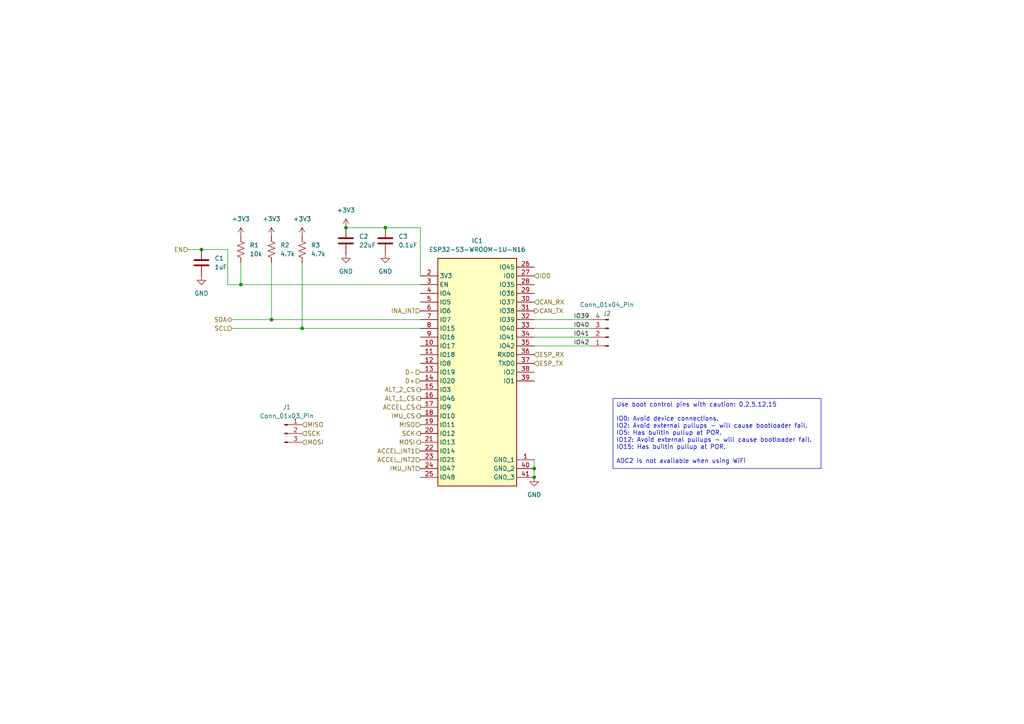
<source format=kicad_sch>
(kicad_sch (version 20231120) (generator "eeschema") (generator_version "8.0")
  (paper "A4")
  (lib_symbols
    (symbol "Connector:Conn_01x03_Pin" (pin_names (offset 1.016) hide)
      (property "Reference" "J" (at 0 5.08 0))
      (property "Value" "Conn_01x03_Pin" (at 0 -5.08 0))
      (symbol "Conn_01x03_Pin_1_1"
        (polyline (pts (xy 1.27 -2.54) (xy 0.8636 -2.54)) (stroke (width 0.1524)))
        (polyline (pts (xy 1.27 0) (xy 0.8636 0)) (stroke (width 0.1524)))
        (polyline (pts (xy 1.27 2.54) (xy 0.8636 2.54)) (stroke (width 0.1524)))
        (rectangle (start 0.8636 -2.413) (end 0 -2.667) (stroke (width 0.1524)) (fill (type outline)))
        (rectangle (start 0.8636 0.127) (end 0 -0.127) (stroke (width 0.1524)) (fill (type outline)))
        (rectangle (start 0.8636 2.667) (end 0 2.413) (stroke (width 0.1524)) (fill (type outline)))
        (pin passive line (at 5.08 2.54 180) (length 3.81) (name "Pin_1") (number "1"))
        (pin passive line (at 5.08 0 180) (length 3.81) (name "Pin_2") (number "2"))
        (pin passive line (at 5.08 -2.54 180) (length 3.81) (name "Pin_3") (number "3"))
      )
    )
    (symbol "Connector:Conn_01x04_Pin" (pin_names (offset 1.016) hide)
      (property "Reference" "J" (at 0 5.08 0))
      (property "Value" "Conn_01x04_Pin" (at 0 -7.62 0))
      (symbol "Conn_01x04_Pin_1_1"
        (polyline (pts (xy 1.27 -5.08) (xy 0.8636 -5.08)) (stroke (width 0.1524)))
        (polyline (pts (xy 1.27 -2.54) (xy 0.8636 -2.54)) (stroke (width 0.1524)))
        (polyline (pts (xy 1.27 0) (xy 0.8636 0)) (stroke (width 0.1524)))
        (polyline (pts (xy 1.27 2.54) (xy 0.8636 2.54)) (stroke (width 0.1524)))
        (rectangle (start 0.8636 -4.953) (end 0 -5.207) (stroke (width 0.1524)) (fill (type outline)))
        (rectangle (start 0.8636 -2.413) (end 0 -2.667) (stroke (width 0.1524)) (fill (type outline)))
        (rectangle (start 0.8636 0.127) (end 0 -0.127) (stroke (width 0.1524)) (fill (type outline)))
        (rectangle (start 0.8636 2.667) (end 0 2.413) (stroke (width 0.1524)) (fill (type outline)))
        (pin passive line (at 5.08 2.54 180) (length 3.81) (name "Pin_1") (number "1"))
        (pin passive line (at 5.08 0 180) (length 3.81) (name "Pin_2") (number "2"))
        (pin passive line (at 5.08 -2.54 180) (length 3.81) (name "Pin_3") (number "3"))
        (pin passive line (at 5.08 -5.08 180) (length 3.81) (name "Pin_4") (number "4"))
      )
    )
    (symbol "Device:C" (pin_numbers hide) (pin_names (offset 0.254))
      (property "Reference" "C" (at 0.635 2.54 0))
      (property "Value" "C" (at 0.635 -2.54 0))
      (symbol "C_0_1"
        (polyline (pts (xy -2.032 -0.762) (xy 2.032 -0.762)) (stroke (width 0.508)))
        (polyline (pts (xy -2.032 0.762) (xy 2.032 0.762)) (stroke (width 0.508)))
      )
      (symbol "C_1_1"
        (pin passive line (at 0 3.81 270) (length 2.794) (name "~") (number "1"))
        (pin passive line (at 0 -3.81 90) (length 2.794) (name "~") (number "2"))
      )
    )
    (symbol "Device:R_US" (pin_numbers hide) (pin_names (offset 0))
      (property "Reference" "R" (at 2.54 0 90))
      (property "Value" "R_US" (at -2.54 0 90))
      (symbol "R_US_0_1"
        (polyline (pts (xy 0 -2.286) (xy 0 -2.54)))
        (polyline (pts (xy 0 2.286) (xy 0 2.54)))
        (polyline (pts (xy 0 -0.762) (xy 1.016 -1.143) (xy 0 -1.524) (xy -1.016 -1.905) (xy 0 -2.286)))
        (polyline (pts (xy 0 0.762) (xy 1.016 0.381) (xy 0 0) (xy -1.016 -0.381) (xy 0 -0.762)))
        (polyline (pts (xy 0 2.286) (xy 1.016 1.905) (xy 0 1.524) (xy -1.016 1.143) (xy 0 0.762)))
      )
      (symbol "R_US_1_1"
        (pin passive line (at 0 3.81 270) (length 1.27) (name "~") (number "1"))
        (pin passive line (at 0 -3.81 90) (length 1.27) (name "~") (number "2"))
      )
    )
    (symbol "RF_Module:ESP32-S3-WROOM-1U-N16"
      (property "Reference" "IC" (at 29.21 7.62 0))
      (property "Value" "ESP32-S3-WROOM-1U-N16" (at 29.21 5.08 0))
      (symbol "ESP32-S3-WROOM-1U-N16_1_1"
        (rectangle (start 5.08 2.54) (end 27.94 -63.5) (stroke (width 0.254)) (fill (type background)))
        (pin passive line (at 33.02 -55.88 180) (length 5.08) (name "GND_1") (number "1"))
        (pin passive line (at 0 -22.86 0) (length 5.08) (name "IO17") (number "10"))
        (pin passive line (at 0 -25.4 0) (length 5.08) (name "IO18") (number "11"))
        (pin passive line (at 0 -27.94 0) (length 5.08) (name "IO8") (number "12"))
        (pin passive line (at 0 -30.48 0) (length 5.08) (name "IO19") (number "13"))
        (pin passive line (at 0 -33.02 0) (length 5.08) (name "IO20") (number "14"))
        (pin passive line (at 0 -35.56 0) (length 5.08) (name "IO3") (number "15"))
        (pin passive line (at 0 -38.1 0) (length 5.08) (name "IO46") (number "16"))
        (pin passive line (at 0 -40.64 0) (length 5.08) (name "IO9") (number "17"))
        (pin passive line (at 0 -43.18 0) (length 5.08) (name "IO10") (number "18"))
        (pin passive line (at 0 -45.72 0) (length 5.08) (name "IO11") (number "19"))
        (pin passive line (at 0 -2.54 0) (length 5.08) (name "3V3") (number "2"))
        (pin passive line (at 0 -48.26 0) (length 5.08) (name "IO12") (number "20"))
        (pin passive line (at 0 -50.8 0) (length 5.08) (name "IO13") (number "21"))
        (pin passive line (at 0 -53.34 0) (length 5.08) (name "IO14") (number "22"))
        (pin passive line (at 0 -55.88 0) (length 5.08) (name "IO21") (number "23"))
        (pin passive line (at 0 -58.42 0) (length 5.08) (name "IO47") (number "24"))
        (pin passive line (at 0 -60.96 0) (length 5.08) (name "IO48") (number "25"))
        (pin passive line (at 33.02 0 180) (length 5.08) (name "IO45") (number "26"))
        (pin passive line (at 33.02 -2.54 180) (length 5.08) (name "IO0") (number "27"))
        (pin passive line (at 33.02 -5.08 180) (length 5.08) (name "IO35") (number "28"))
        (pin passive line (at 33.02 -7.62 180) (length 5.08) (name "IO36") (number "29"))
        (pin passive line (at 0 -5.08 0) (length 5.08) (name "EN") (number "3"))
        (pin passive line (at 33.02 -10.16 180) (length 5.08) (name "IO37") (number "30"))
        (pin passive line (at 33.02 -12.7 180) (length 5.08) (name "IO38") (number "31"))
        (pin passive line (at 33.02 -15.24 180) (length 5.08) (name "IO39") (number "32"))
        (pin passive line (at 33.02 -17.78 180) (length 5.08) (name "IO40") (number "33"))
        (pin passive line (at 33.02 -20.32 180) (length 5.08) (name "IO41") (number "34"))
        (pin passive line (at 33.02 -22.86 180) (length 5.08) (name "IO42") (number "35"))
        (pin passive line (at 33.02 -25.4 180) (length 5.08) (name "RXD0") (number "36"))
        (pin passive line (at 33.02 -27.94 180) (length 5.08) (name "TXD0") (number "37"))
        (pin passive line (at 33.02 -30.48 180) (length 5.08) (name "IO2") (number "38"))
        (pin passive line (at 33.02 -33.02 180) (length 5.08) (name "IO1") (number "39"))
        (pin passive line (at 0 -7.62 0) (length 5.08) (name "IO4") (number "4"))
        (pin passive line (at 33.02 -58.42 180) (length 5.08) (name "GND_2") (number "40"))
        (pin passive line (at 33.02 -60.96 180) (length 5.08) (name "GND_3") (number "41"))
        (pin passive line (at 0 -10.16 0) (length 5.08) (name "IO5") (number "5"))
        (pin passive line (at 0 -12.7 0) (length 5.08) (name "IO6") (number "6"))
        (pin passive line (at 0 -15.24 0) (length 5.08) (name "IO7") (number "7"))
        (pin passive line (at 0 -17.78 0) (length 5.08) (name "IO15") (number "8"))
        (pin passive line (at 0 -20.32 0) (length 5.08) (name "IO16") (number "9"))
      )
    )
    (symbol "power:+3V3" (power) (pin_numbers hide) (pin_names (offset 0) hide)
      (property "Value" "+3V3" (at 0 3.556 0))
      (symbol "+3V3_0_1"
        (polyline (pts (xy -0.762 1.27) (xy 0 2.54)))
        (polyline (pts (xy 0 0) (xy 0 2.54)))
        (polyline (pts (xy 0 2.54) (xy 0.762 1.27)))
      )
      (symbol "+3V3_1_1"
        (pin power_in line (at 0 0 90) (length 0) (name "~") (number "1"))
      )
    )
    (symbol "power:GND" (power) (pin_numbers hide) (pin_names (offset 0) hide)
      (property "Value" "GND" (at 0 -3.81 0))
      (symbol "GND_0_1"
        (polyline (pts (xy 0 0) (xy 0 -1.27) (xy 1.27 -1.27) (xy 0 -2.54) (xy -1.27 -1.27) (xy 0 -1.27)))
      )
      (symbol "GND_1_1"
        (pin power_in line (at 0 0 270) (length 0) (name "~") (number "1"))
      )
    )
  )
  (junction (at 69.85 82.55))
  (junction (at 154.94 138.43))
  (junction (at 87.63 95.25))
  (junction (at 58.42 72.39))
  (junction (at 78.74 92.71))
  (junction (at 111.76 66.04))
  (junction (at 154.94 135.89))
  (junction (at 100.33 66.04))
  (wire (pts (xy 154.94 133.35) (xy 154.94 135.89)))
  (wire (pts (xy 54.61 72.39) (xy 58.42 72.39)))
  (wire (pts (xy 111.76 66.04) (xy 121.92 66.04)))
  (wire (pts (xy 66.04 82.55) (xy 69.85 82.55)))
  (wire (pts (xy 67.31 92.71) (xy 78.74 92.71)))
  (wire (pts (xy 69.85 82.55) (xy 121.92 82.55)))
  (wire (pts (xy 67.31 95.25) (xy 87.63 95.25)))
  (wire (pts (xy 87.63 95.25) (xy 121.92 95.25)))
  (wire (pts (xy 78.74 76.2) (xy 78.74 92.71)))
  (wire (pts (xy 121.92 66.04) (xy 121.92 80.01)))
  (wire (pts (xy 154.94 95.25) (xy 171.45 95.25)))
  (wire (pts (xy 58.42 72.39) (xy 66.04 72.39)))
  (wire (pts (xy 154.94 135.89) (xy 154.94 138.43)))
  (wire (pts (xy 66.04 72.39) (xy 66.04 82.55)))
  (wire (pts (xy 69.85 76.2) (xy 69.85 82.55)))
  (wire (pts (xy 154.94 92.71) (xy 171.45 92.71)))
  (wire (pts (xy 78.74 92.71) (xy 121.92 92.71)))
  (wire (pts (xy 154.94 97.79) (xy 171.45 97.79)))
  (wire (pts (xy 87.63 76.2) (xy 87.63 95.25)))
  (wire (pts (xy 154.94 100.33) (xy 171.45 100.33)))
  (wire (pts (xy 100.33 66.04) (xy 111.76 66.04)))
  (text_box "Use boot control pins with caution: 0,2,5,12,15\n\nIO0: Avoid device connections.\nIO2: Avoid external pullups - will cause bootloader fail.\nIO5: Has builtin pullup at POR.\nIO12: Avoid external pullups - will cause bootloader fail.\nIO15: Has builtin pullup at POR.\n\nADC2 is not available when using WiFi" (at 177.8 115.57 0) (size 60.325 20.32) (effects (font (size 1.27 1.27)) (justify left top)))
  (label "IO40" (at 166.37 95.25 0))
  (label "IO39" (at 166.37 92.71 0))
  (label "IO42" (at 166.37 100.33 0))
  (label "IO41" (at 166.37 97.79 0))
  (hierarchical_label "ESP_RX" (shape input) (at 154.94 102.87 0))
  (hierarchical_label "CAN_RX" (shape input) (at 154.94 87.63 0))
  (hierarchical_label "ALT_2_CS" (shape output) (at 121.92 113.03 180))
  (hierarchical_label "MISO" (shape input) (at 87.63 123.19 0))
  (hierarchical_label "SDA" (shape bidirectional) (at 67.31 92.71 180))
  (hierarchical_label "ACCEL_INT1" (shape input) (at 121.92 130.81 180))
  (hierarchical_label "ACCEL_INT2" (shape input) (at 121.92 133.35 180))
  (hierarchical_label "D-" (shape input) (at 121.92 107.95 180))
  (hierarchical_label "EN" (shape input) (at 54.61 72.39 180))
  (hierarchical_label "IO0" (shape input) (at 154.94 80.01 0))
  (hierarchical_label "IMU_INT" (shape input) (at 121.92 135.89 180))
  (hierarchical_label "IMU_CS" (shape output) (at 121.92 120.65 180))
  (hierarchical_label "MOSI" (shape input) (at 87.63 128.27 0))
  (hierarchical_label "MISO" (shape input) (at 121.92 123.19 180))
  (hierarchical_label "MOSI" (shape output) (at 121.92 128.27 180))
  (hierarchical_label "CAN_TX" (shape output) (at 154.94 90.17 0))
  (hierarchical_label "ACCEL_CS" (shape output) (at 121.92 118.11 180))
  (hierarchical_label "D+" (shape input) (at 121.92 110.49 180))
  (hierarchical_label "ESP_TX" (shape input) (at 154.94 105.41 0))
  (hierarchical_label "SCK" (shape input) (at 87.63 125.73 0))
  (hierarchical_label "SCK" (shape output) (at 121.92 125.73 180))
  (hierarchical_label "INA_INT" (shape input) (at 121.92 90.17 180))
  (hierarchical_label "ALT_1_CS" (shape output) (at 121.92 115.57 180))
  (hierarchical_label "SCL" (shape input) (at 67.31 95.25 180))
  (symbol (lib_id "Device:C") (at 111.76 69.85 180) (unit 1)
    (property "Reference" "C3" (at 115.57 68.5799 0) (effects (justify right)))
    (property "Value" "0.1uF" (at 115.57 71.1199 0) (effects (justify right)))
    (property "Footprint" "Capacitor_SMD:C_0603_1608Metric" (effects (hide yes)))
    (property "Description" "Unpolarized capacitor" (effects (hide yes)))
  )
  (symbol (lib_id "power:GND") (at 100.33 73.66 0) (unit 1)
    (property "Reference" "#PWR06" (effects (hide yes)))
    (property "Value" "GND" (at 100.33 78.74 0))
    (property "Description" "Power symbol creates a global label with name \"GND\" , ground" (effects (hide yes)))
  )
  (symbol (lib_id "power:GND") (at 111.76 73.66 0) (unit 1)
    (property "Reference" "#PWR07" (effects (hide yes)))
    (property "Value" "GND" (at 111.76 78.74 0))
    (property "Description" "Power symbol creates a global label with name \"GND\" , ground" (effects (hide yes)))
  )
  (symbol (lib_id "power:GND") (at 58.42 80.01 0) (unit 1)
    (property "Reference" "#PWR01" (effects (hide yes)))
    (property "Value" "GND" (at 58.42 85.09 0))
    (property "Description" "Power symbol creates a global label with name \"GND\" , ground" (effects (hide yes)))
  )
  (symbol (lib_id "power:+3V3") (at 69.85 68.58 0) (unit 1)
    (property "Reference" "#PWR02" (effects (hide yes)))
    (property "Value" "+3V3" (at 69.85 63.5 0))
    (property "Description" "Power symbol creates a global label with name \"+3V3\"" (effects (hide yes)))
  )
  (symbol (lib_id "Device:R_US") (at 78.74 72.39 0) (unit 1)
    (property "Reference" "R2" (at 81.28 71.1199 0) (effects (justify left)))
    (property "Value" "4.7k" (at 81.28 73.6599 0) (effects (justify left)))
    (property "Footprint" "Resistor_SMD:R_0603_1608Metric" (effects (hide yes)))
    (property "Description" "Resistor, US symbol" (effects (hide yes)))
  )
  (symbol (lib_id "power:+3V3") (at 78.74 68.58 0) (unit 1)
    (property "Reference" "#PWR03" (effects (hide yes)))
    (property "Value" "+3V3" (at 78.74 63.5 0))
    (property "Description" "Power symbol creates a global label with name \"+3V3\"" (effects (hide yes)))
  )
  (symbol (lib_id "power:GND") (at 154.94 138.43 0) (unit 1)
    (property "Reference" "#PWR08" (effects (hide yes)))
    (property "Value" "GND" (at 154.94 143.51 0))
    (property "Description" "Power symbol creates a global label with name \"GND\" , ground" (effects (hide yes)))
  )
  (symbol (lib_id "Device:C") (at 58.42 76.2 180) (unit 1)
    (property "Reference" "C1" (at 62.23 74.9299 0) (effects (justify right)))
    (property "Value" "1uF" (at 62.23 77.4699 0) (effects (justify right)))
    (property "Footprint" "Capacitor_SMD:C_0603_1608Metric" (effects (hide yes)))
    (property "Description" "Unpolarized capacitor" (effects (hide yes)))
  )
  (symbol (lib_id "Connector:Conn_01x04_Pin") (at 176.53 97.79 180) (unit 1)
    (property "Reference" "J2" (at 176.022 90.932 0))
    (property "Value" "Conn_01x04_Pin" (at 176.022 88.392 0))
    (property "Footprint" "Connector_PinHeader_2.54mm:PinHeader_1x04_P2.54mm_Vertical" (effects (hide yes)))
    (property "Description" "Generic connector, single row, 01x04, script generated" (effects (hide yes)))
  )
  (symbol (lib_id "Device:R_US") (at 69.85 72.39 0) (unit 1)
    (property "Reference" "R1" (at 72.39 71.1199 0) (effects (justify left)))
    (property "Value" "10k" (at 72.39 73.6599 0) (effects (justify left)))
    (property "Footprint" "Resistor_SMD:R_0603_1608Metric" (effects (hide yes)))
    (property "Description" "Resistor, US symbol" (effects (hide yes)))
  )
  (symbol (lib_id "power:+3V3") (at 87.63 68.58 0) (unit 1)
    (property "Reference" "#PWR04" (effects (hide yes)))
    (property "Value" "+3V3" (at 87.63 63.5 0))
    (property "Description" "Power symbol creates a global label with name \"+3V3\"" (effects (hide yes)))
  )
  (symbol (lib_id "Device:R_US") (at 87.63 72.39 0) (unit 1)
    (property "Reference" "R3" (at 90.17 71.1199 0) (effects (justify left)))
    (property "Value" "4.7k" (at 90.17 73.6599 0) (effects (justify left)))
    (property "Footprint" "Resistor_SMD:R_0603_1608Metric" (effects (hide yes)))
    (property "Description" "Resistor, US symbol" (effects (hide yes)))
  )
  (symbol (lib_id "Device:C") (at 100.33 69.85 180) (unit 1)
    (property "Reference" "C2" (at 104.14 68.5799 0) (effects (justify right)))
    (property "Value" "22uF" (at 104.14 71.1199 0) (effects (justify right)))
    (property "Footprint" "Capacitor_SMD:C_0603_1608Metric" (effects (hide yes)))
    (property "Description" "Unpolarized capacitor" (effects (hide yes)))
  )
  (symbol (lib_id "Connector:Conn_01x03_Pin") (at 82.55 125.73 0) (unit 1)
    (property "Reference" "J1" (at 83.185 118.11 0))
    (property "Value" "Conn_01x03_Pin" (at 83.185 120.65 0))
    (property "Footprint" "Connector_PinHeader_2.54mm:PinHeader_1x03_P2.54mm_Vertical" (effects (hide yes)))
    (property "Description" "Generic connector, single row, 01x03, script generated" (effects (hide yes)))
  )
  (symbol (lib_id "RF_Module:ESP32-S3-WROOM-1U-N16") (at 121.92 77.47 0) (unit 1)
    (property "Reference" "IC1" (at 138.43 69.85 0))
    (property "Value" "ESP32-S3-WROOM-1U-N16" (at 138.43 72.39 0))
    (property "Footprint" "RF_Module:ESP32-S3-WROOM-1U" (effects (hide yes)))
    (property "Datasheet" "https://www.espressif.com/sites/default/files/documentation/esp32-s3-wroom-1_wroom-1u_datasheet_en.pdf" (effects (hide yes)))
    (property "Description" "Multiprotocol Modules SMD Module, ESP32-S3, 16 MB SPI Flash, IPEX Antenna Connector" (effects (hide yes)))
    (property "Height" "3.35" (effects (hide yes)))
    (property "Mouser Part Number" "356-ESP32S3WROM1UN16" (effects (hide yes)))
    (property "Mouser Price/Stock" "https://www.mouser.co.uk/ProductDetail/Espressif-Systems/ESP32-S3-WROOM-1U-N16?qs=Li%252BoUPsLEntAI1ynUyotnA%3D%3D" (effects (hide yes)))
    (property "Manufacturer_Name" "Espressif Systems" (effects (hide yes)))
    (property "Manufacturer_Part_Number" "ESP32-S3-WROOM-1U-N16" (effects (hide yes)))
  )
  (symbol (lib_id "power:+3V3") (at 100.33 66.04 0) (unit 1)
    (property "Reference" "#PWR05" (effects (hide yes)))
    (property "Value" "+3V3" (at 100.33 60.96 0))
    (property "Description" "Power symbol creates a global label with name \"+3V3\"" (effects (hide yes)))
  )
)
</source>
